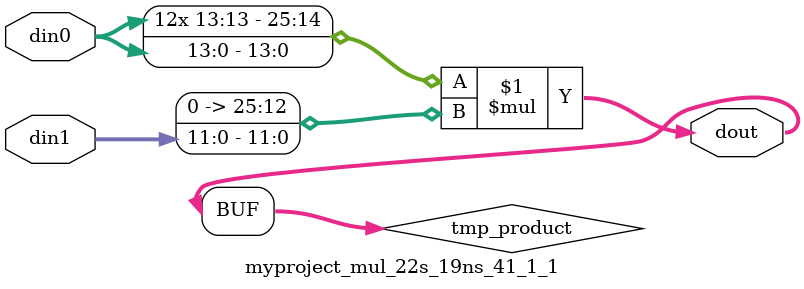
<source format=v>

`timescale 1 ns / 1 ps

  module myproject_mul_22s_19ns_41_1_1(din0, din1, dout);
parameter ID = 1;
parameter NUM_STAGE = 0;
parameter din0_WIDTH = 14;
parameter din1_WIDTH = 12;
parameter dout_WIDTH = 26;

input [din0_WIDTH - 1 : 0] din0; 
input [din1_WIDTH - 1 : 0] din1; 
output [dout_WIDTH - 1 : 0] dout;

wire signed [dout_WIDTH - 1 : 0] tmp_product;












assign tmp_product = $signed(din0) * $signed({1'b0, din1});









assign dout = tmp_product;







endmodule

</source>
